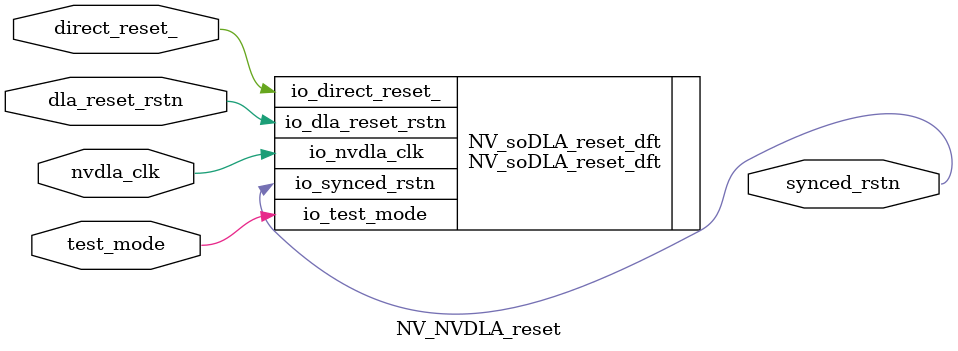
<source format=v>
module NV_NVDLA_reset (
   dla_reset_rstn //|< i
  ,direct_reset_ //|< i
  ,test_mode //|< i
  ,synced_rstn //|> o
  ,nvdla_clk //|< i
  );
//
// NV_NVDLA_reset_ports.v
//
input dla_reset_rstn;
input direct_reset_;
input test_mode;
output synced_rstn;
input nvdla_clk;
NV_soDLA_reset_dft NV_soDLA_reset_dft(
    .io_dla_reset_rstn(dla_reset_rstn),
    .io_direct_reset_(direct_reset_),
    .io_test_mode(test_mode),
    .io_synced_rstn(synced_rstn),
    .io_nvdla_clk(nvdla_clk));
endmodule // NV_NVDLA_reset

</source>
